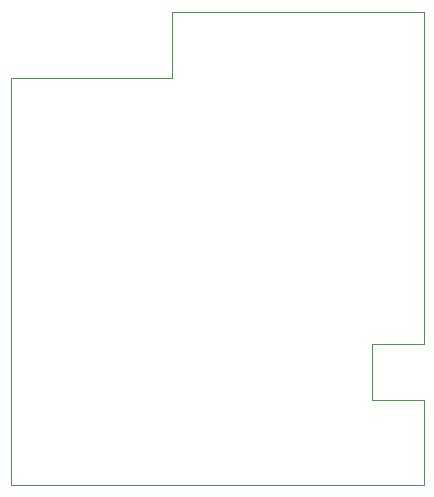
<source format=gbr>
%TF.GenerationSoftware,KiCad,Pcbnew,9.0.0*%
%TF.CreationDate,2025-03-07T19:36:39+09:00*%
%TF.ProjectId,hotdoggu_smolSlimeVR,686f7464-6f67-4677-955f-736d6f6c536c,rev?*%
%TF.SameCoordinates,Original*%
%TF.FileFunction,Profile,NP*%
%FSLAX46Y46*%
G04 Gerber Fmt 4.6, Leading zero omitted, Abs format (unit mm)*
G04 Created by KiCad (PCBNEW 9.0.0) date 2025-03-07 19:36:39*
%MOMM*%
%LPD*%
G01*
G04 APERTURE LIST*
%TA.AperFunction,Profile*%
%ADD10C,0.050000*%
%TD*%
G04 APERTURE END LIST*
D10*
X183100000Y-93000000D02*
X183120000Y-64910000D01*
X183120000Y-104910000D02*
X183100000Y-97700000D01*
X178700000Y-93000000D02*
X183100000Y-93000000D01*
X178700000Y-97700000D02*
X178700000Y-93000000D01*
X183100000Y-97700000D02*
X178700000Y-97700000D01*
X161800000Y-70500000D02*
X161800000Y-64900000D01*
X148120000Y-104910000D02*
X148120000Y-70500000D01*
X161800266Y-64899953D02*
X183120000Y-64910000D01*
X148120000Y-70500000D02*
X161800000Y-70500000D01*
X183120000Y-104910000D02*
X148120000Y-104910000D01*
M02*

</source>
